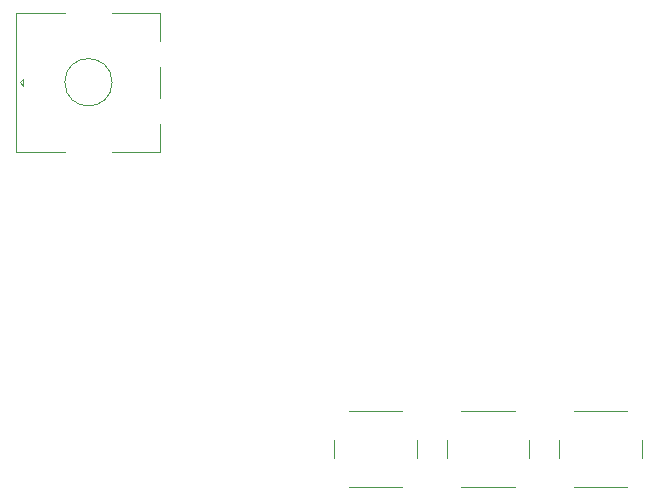
<source format=gbr>
%TF.GenerationSoftware,KiCad,Pcbnew,(6.0.9)*%
%TF.CreationDate,2022-12-02T19:50:30+08:00*%
%TF.ProjectId,sharkpad rev2,73686172-6b70-4616-9420-726576322e6b,rev?*%
%TF.SameCoordinates,Original*%
%TF.FileFunction,Legend,Top*%
%TF.FilePolarity,Positive*%
%FSLAX46Y46*%
G04 Gerber Fmt 4.6, Leading zero omitted, Abs format (unit mm)*
G04 Created by KiCad (PCBNEW (6.0.9)) date 2022-12-02 19:50:30*
%MOMM*%
%LPD*%
G01*
G04 APERTURE LIST*
%ADD10C,0.120000*%
%ADD11C,3.200000*%
%ADD12C,2.000000*%
%ADD13C,0.650000*%
%ADD14O,1.000000X1.600000*%
%ADD15O,1.000000X2.100000*%
%ADD16C,3.987800*%
%ADD17C,1.750000*%
%ADD18C,3.300000*%
G04 APERTURE END LIST*
D10*
%TO.C,SW7*%
X100600000Y-70100000D02*
X100600000Y-72700000D01*
X88400000Y-65500000D02*
X88400000Y-77300000D01*
X100600000Y-77300000D02*
X96500000Y-77300000D01*
X89000000Y-71700000D02*
X88700000Y-71400000D01*
X96500000Y-65500000D02*
X100600000Y-65500000D01*
X89000000Y-71100000D02*
X89000000Y-71700000D01*
X88700000Y-71400000D02*
X89000000Y-71100000D01*
X92500000Y-65500000D02*
X88400000Y-65500000D01*
X100600000Y-74900000D02*
X100600000Y-77300000D01*
X100600000Y-65500000D02*
X100600000Y-67900000D01*
X92500000Y-77300000D02*
X88400000Y-77300000D01*
X96500000Y-71400000D02*
G75*
G03*
X96500000Y-71400000I-2000000J0D01*
G01*
%TO.C,SW6*%
X140100000Y-99200000D02*
X135600000Y-99200000D01*
X135600000Y-105700000D02*
X140100000Y-105700000D01*
X141350000Y-103200000D02*
X141350000Y-101700000D01*
X134350000Y-101700000D02*
X134350000Y-103200000D01*
%TO.C,SW2*%
X116550000Y-105700000D02*
X121050000Y-105700000D01*
X122300000Y-103200000D02*
X122300000Y-101700000D01*
X115300000Y-101700000D02*
X115300000Y-103200000D01*
X121050000Y-99200000D02*
X116550000Y-99200000D01*
%TO.C,SW4*%
X124825000Y-101700000D02*
X124825000Y-103200000D01*
X131825000Y-103200000D02*
X131825000Y-101700000D01*
X130575000Y-99200000D02*
X126075000Y-99200000D01*
X126075000Y-105700000D02*
X130575000Y-105700000D01*
%TD*%
%LPC*%
D11*
%TO.C,REF\u002A\u002A*%
X80500000Y-68400000D03*
%TD*%
D12*
%TO.C,SW6*%
X141100000Y-100200000D03*
X134600000Y-100200000D03*
X141100000Y-104700000D03*
X134600000Y-104700000D03*
%TD*%
D11*
%TO.C,REF\u002A\u002A*%
X147700000Y-68400000D03*
%TD*%
%TO.C,REF\u002A\u002A*%
X80500000Y-127400000D03*
%TD*%
%TO.C,REF\u002A\u002A*%
X147700000Y-127400000D03*
%TD*%
D12*
%TO.C,SW2*%
X115550000Y-100200000D03*
X122050000Y-100200000D03*
X122050000Y-104700000D03*
X115550000Y-104700000D03*
%TD*%
%TO.C,SW4*%
X131575000Y-100200000D03*
X125075000Y-100200000D03*
X125075000Y-104700000D03*
X131575000Y-104700000D03*
%TD*%
D13*
%TO.C,J1*%
X116990000Y-61200000D03*
X111210000Y-61200000D03*
D14*
X109780000Y-57550000D03*
D15*
X118420000Y-61730000D03*
X109780000Y-61730000D03*
D14*
X118420000Y-57550000D03*
%TD*%
D16*
%TO.C,SW3*%
X114100000Y-88200000D03*
D17*
X119180000Y-88200000D03*
X109020000Y-88200000D03*
D18*
X110290000Y-85660000D03*
X116640000Y-83120000D03*
%TD*%
D16*
%TO.C,SW1*%
X95050000Y-88200000D03*
D17*
X100130000Y-88200000D03*
X89970000Y-88200000D03*
D18*
X91240000Y-85660000D03*
X97590000Y-83120000D03*
%TD*%
D17*
%TO.C,SW5*%
X128070000Y-88200000D03*
D16*
X133150000Y-88200000D03*
D17*
X138230000Y-88200000D03*
D18*
X129340000Y-85660000D03*
X135690000Y-83120000D03*
%TD*%
M02*

</source>
